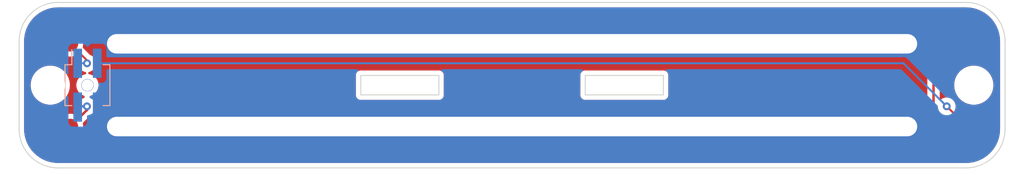
<source format=kicad_pcb>
(kicad_pcb (version 20211014) (generator pcbnew)
  (layers (0 "F.Cu" signal) (31 "B.Cu" signal) (34 "B.Paste" user) (35 "F.Paste" user) (36 "B.SilkS" user "B.Silkscreen") (37 "F.SilkS" user "F.Silkscreen") (38 "B.Mask" user) (39 "F.Mask" user) (44 "Edge.Cuts" user))
  (net 0 "")
  (net 1 "GND")
  (net 2 "middle_coil")
  (net 3 "/out-")
  (net 4 "/out+")
  (footprint "cycfi_library:single-pad-1.6x1.6_circular" (layer "F.Cu") (at 79.75 50.5)
    (fp_text reference "IC1" hide)
    (fp_text value "single_pad")
    (pad "1" smd circle (at 0 0) (size 1.6 1.6) (layers "F.Cu" "F.Paste" "F.Mask") (net 4 "/out+"))
  )
  (footprint "cycfi_library:single-pad-1.6x1.6_circular" (layer "F.Cu") (at 170.25 50.5)
    (fp_text reference "OC1" hide)
    (fp_text value "single_pad")
    (pad "1" smd circle (at 0 0) (size 1.6 1.6) (layers "F.Cu" "F.Paste" "F.Mask") (net 2 "middle_coil"))
  )
  (footprint "cycfi_library:single-pad-1.6x1.6_circular" (layer "F.Cu") (at 79.75 59)
    (fp_text reference "OC2" hide)
    (fp_text value "single_pad")
    (pad "1" smd circle (at 0 0) (size 1.6 1.6) (layers "F.Cu" "F.Paste" "F.Mask") (net 2 "middle_coil"))
  )
  (footprint "cycfi_library:single-pad-1.6x1.6_circular" (layer "F.Cu") (at 170.25 59)
    (fp_text reference "IC2" hide)
    (fp_text value "single_pad")
    (pad "1" smd circle (at 0 0) (size 1.6 1.6) (layers "F.Cu" "F.Paste" "F.Mask") (net 3 "/out-"))
  )
  (footprint "cycfi_library:hole_3mm" (layer "F.Cu") (at 172.3 54.75 180)
    (fp_text reference "H2" hide)
    (fp_text value "MountingHole")
    (pad "" np_thru_hole circle (at 0 0 180) (size 3 3) (drill 3) (layers F&B.Cu *.Mask))
  )
  (footprint "xr_spectra_library:rail_slot_4.0" (layer "F.Cu") (at 125 50.5)
    (fp_text reference "H6" hide)
    (fp_text value "single_pad")
    (pad "1" thru_hole oval (at 0 0) (size 83.15 2.15) (drill oval 83 2) (layers *.Cu *.Mask) (net 1 "GND"))
  )
  (footprint "cycfi_library:hole_3mm" (layer "F.Cu") (at 77.69 54.75 180)
    (fp_text reference "H1" hide)
    (fp_text value "MountingHole")
    (pad "" np_thru_hole circle (at 0 0 180) (size 3 3) (drill 3) (layers F&B.Cu *.Mask))
  )
  (footprint "xr_spectra_library:rail_slot_4.0" (layer "F.Cu") (at 125 59)
    (fp_text reference "H5" hide)
    (fp_text value "single_pad")
    (pad "1" thru_hole oval (at 0 0) (size 83.15 2.15) (drill oval 83 2) (layers *.Cu *.Mask) (net 1 "GND"))
  )
  (footprint "cycfi_library:pin_header_2x2p_2.00mm_smd_vertical" (layer "B.Cu") (at 81.5 54.75 -90)
    (fp_text reference "J1" hide)
    (fp_text value "conn_2x2")
    (fp_line (start 2.1 2.3) (end 2.1 1.6) (layer "B.SilkS") (width 0.12))
    (fp_line (start 2.1 -1.6) (end 2.1 -2.3) (layer "B.SilkS") (width 0.12))
    (fp_line (start -2.1 -2.3) (end 2.1 -2.3) (layer "B.SilkS") (width 0.12))
    (fp_line (start -3.64 1.6) (end -2.1 1.6) (layer "B.SilkS") (width 0.12))
    (fp_line (start -2.1 2.3) (end -2.1 1.6) (layer "B.SilkS") (width 0.12))
    (fp_line (start -2.1 -2.3) (end -2.1 -1.6) (layer "B.SilkS") (width 0.12))
    (fp_line (start -2.1 2.3) (end 2.1 2.3) (layer "B.SilkS") (width 0.12))
    (pad "" np_thru_hole circle (at 0 0 270) (size 1.25 1.25) (drill 1.2) (layers F&B.Cu *.Mask))
    (pad "1" smd rect (at 2.25 1 270) (size 3 0.89) (layers "B.Cu" "B.Paste" "B.Mask") (net 2 "middle_coil"))
    (pad "2" smd rect (at 2.25 -1 270) (size 3 0.89) (layers "B.Cu" "B.Paste" "B.Mask") (net 1 "GND"))
    (pad "3" smd rect (at -2.25 -1 270) (size 3 0.89) (layers "B.Cu" "B.Paste" "B.Mask") (net 3 "/out-"))
    (pad "4" smd rect (at -2.25 1 270) (size 3 0.89) (layers "B.Cu" "B.Paste" "B.Mask") (net 4 "/out+"))
  )
  (gr_line (start 140.5 55.75) (end 140.5 53.75) (layer "Edge.Cuts") (width 0.1))
  (gr_line (start 78.5 46.25) (end 171.5 46.25) (layer "Edge.Cuts") (width 0.1))
  (gr_line (start 132.5 53.75) (end 132.5 55.75) (layer "Edge.Cuts") (width 0.1))
  (gr_arc (start 175.5 59.25) (mid 174.328427 62.078427) (end 171.5 63.25) (layer "Edge.Cuts") (width 0.1))
  (gr_arc (start 74.5 50.25) (mid 75.671573 47.421573) (end 78.5 46.25) (layer "Edge.Cuts") (width 0.1))
  (gr_line (start 171.5 63.25) (end 78.5 63.250002) (layer "Edge.Cuts") (width 0.1))
  (gr_line (start 117.5 55.75) (end 117.5 53.75) (layer "Edge.Cuts") (width 0.1))
  (gr_line (start 140.5 53.75) (end 132.5 53.75) (layer "Edge.Cuts") (width 0.1))
  (gr_line (start 117.5 53.75) (end 109.5 53.75) (layer "Edge.Cuts") (width 0.1))
  (gr_arc (start 171.5 46.25) (mid 174.328427 47.421573) (end 175.5 50.25) (layer "Edge.Cuts") (width 0.1))
  (gr_line (start 109.5 55.75) (end 117.5 55.75) (layer "Edge.Cuts") (width 0.1))
  (gr_line (start 109.5 53.75) (end 109.5 55.75) (layer "Edge.Cuts") (width 0.1))
  (gr_line (start 74.5 50.25) (end 74.5 59.250002) (layer "Edge.Cuts") (width 0.1))
  (gr_arc (start 78.5 63.250002) (mid 75.671573 62.078429) (end 74.5 59.250002) (layer "Edge.Cuts") (width 0.1))
  (gr_line (start 175.5 59.25) (end 175.5 50.25) (layer "Edge.Cuts") (width 0.1))
  (gr_line (start 132.5 55.75) (end 140.5 55.75) (layer "Edge.Cuts") (width 0.1))
  (segment (start 81.45 57.3) (end 81.45 56.925) (width 0.25) (layer "F.Cu") (net 2))
  (segment (start 170.25 50.5) (end 168.175 52.575) (width 0.25) (layer "F.Cu") (net 2))
  (segment (start 167.1 61.225) (end 81.975 61.225) (width 0.25) (layer "F.Cu") (net 2))
  (segment (start 168.175 60.15) (end 167.1 61.225) (width 0.25) (layer "F.Cu") (net 2))
  (segment (start 168.175 52.575) (end 168.175 60.15) (width 0.25) (layer "F.Cu") (net 2))
  (segment (start 79.75 59) (end 81.45 57.3) (width 0.25) (layer "F.Cu") (net 2))
  (segment (start 81.975 61.225) (end 79.75 59) (width 0.25) (layer "F.Cu") (net 2))
  (via (at 81.45 56.925) (size 0.8) (drill 0.4) (layers "F.Cu" "B.Cu") (net 2))
  (segment (start 81.45 56.925) (end 80.575 56.925) (width 0.25) (layer "B.Cu") (net 2))
  (segment (start 80.575 56.925) (end 80.5 57) (width 0.25) (layer "B.Cu") (net 2))
  (segment (start 170.25 59) (end 170.25 57.65) (width 0.2) (layer "F.Cu") (net 3))
  (segment (start 170.25 57.65) (end 169.525 56.925) (width 0.2) (layer "F.Cu") (net 3))
  (via (at 169.525 56.925) (size 0.8) (drill 0.4) (layers "F.Cu" "B.Cu") (net 3))
  (segment (start 169.525 56.925) (end 165.075 52.475) (width 0.2) (layer "B.Cu") (net 3))
  (segment (start 165.05 52.5) (end 82.5 52.5) (width 0.2) (layer "B.Cu") (net 3))
  (segment (start 165.075 52.475) (end 165.05 52.5) (width 0.2) (layer "B.Cu") (net 3))
  (segment (start 81.455498 52.205498) (end 81.455498 52.5) (width 0.2) (layer "F.Cu") (net 4))
  (segment (start 79.75 50.5) (end 81.455498 52.205498) (width 0.2) (layer "F.Cu") (net 4))
  (via (at 81.455498 52.5) (size 0.8) (drill 0.4) (layers "F.Cu" "B.Cu") (net 4))
  (segment (start 81.455498 52.5) (end 80.5 52.5) (width 0.2) (layer "B.Cu") (net 4))
  (zone (net 1) (net_name "GND") (layer "F.Cu") (connect_pads yes (clearance 0.508)) (min_thickness 0.254) (fill yes (thermal_gap 0.508) (thermal_bridge_width 0.508))
    (polygon (pts (xy 74 46) (xy 176.5 46) (xy 176.5 64) (xy 74 64)))
  )
  (zone (net 1) (net_name "GND") (layer "B.Cu") (connect_pads yes (clearance 0.508)) (min_thickness 0.254) (fill yes (thermal_gap 0.508) (thermal_bridge_width 0.508))
    (polygon (pts (xy 74 46) (xy 176.5 46) (xy 176.5 64) (xy 74 64)))
  )
)
</source>
